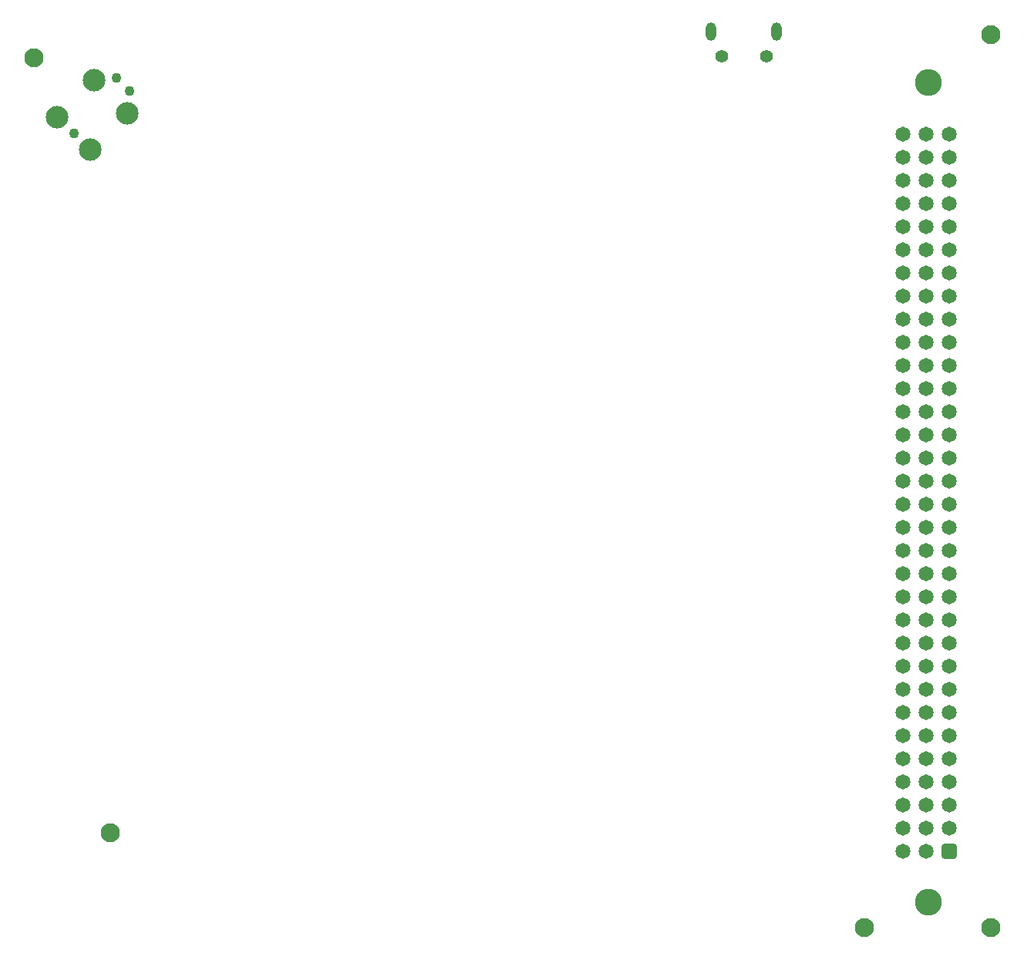
<source format=gbs>
G04 #@! TF.GenerationSoftware,KiCad,Pcbnew,(6.0.1-0)*
G04 #@! TF.CreationDate,2022-02-03T05:16:20-05:00*
G04 #@! TF.ProjectId,Warp-SE,57617270-2d53-4452-9e6b-696361645f70,rev?*
G04 #@! TF.SameCoordinates,Original*
G04 #@! TF.FileFunction,Soldermask,Bot*
G04 #@! TF.FilePolarity,Negative*
%FSLAX46Y46*%
G04 Gerber Fmt 4.6, Leading zero omitted, Abs format (unit mm)*
G04 Created by KiCad (PCBNEW (6.0.1-0)) date 2022-02-03 05:16:20*
%MOMM*%
%LPD*%
G01*
G04 APERTURE LIST*
G04 Aperture macros list*
%AMRoundRect*
0 Rectangle with rounded corners*
0 $1 Rounding radius*
0 $2 $3 $4 $5 $6 $7 $8 $9 X,Y pos of 4 corners*
0 Add a 4 corners polygon primitive as box body*
4,1,4,$2,$3,$4,$5,$6,$7,$8,$9,$2,$3,0*
0 Add four circle primitives for the rounded corners*
1,1,$1+$1,$2,$3*
1,1,$1+$1,$4,$5*
1,1,$1+$1,$6,$7*
1,1,$1+$1,$8,$9*
0 Add four rect primitives between the rounded corners*
20,1,$1+$1,$2,$3,$4,$5,0*
20,1,$1+$1,$4,$5,$6,$7,0*
20,1,$1+$1,$6,$7,$8,$9,0*
20,1,$1+$1,$8,$9,$2,$3,0*%
G04 Aperture macros list end*
%ADD10C,2.950000*%
%ADD11RoundRect,0.299999X0.525001X0.525001X-0.525001X0.525001X-0.525001X-0.525001X0.525001X-0.525001X0*%
%ADD12C,1.650000*%
%ADD13C,2.100000*%
%ADD14C,2.474900*%
%ADD15C,1.090600*%
%ADD16O,1.170000X2.000000*%
%ADD17C,1.400000*%
G04 APERTURE END LIST*
D10*
X203500000Y-135170000D03*
X203500000Y-45170000D03*
D11*
X205740000Y-129540000D03*
D12*
X205740000Y-127000000D03*
X205740000Y-124460000D03*
X205740000Y-121920000D03*
X205740000Y-119380000D03*
X205740000Y-116840000D03*
X205740000Y-114300000D03*
X205740000Y-111760000D03*
X205740000Y-109220000D03*
X205740000Y-106680000D03*
X205740000Y-104140000D03*
X205740000Y-101600000D03*
X205740000Y-99060000D03*
X205740000Y-96520000D03*
X205740000Y-93980000D03*
X205740000Y-91440000D03*
X205740000Y-88900000D03*
X205740000Y-86360000D03*
X205740000Y-83820000D03*
X205740000Y-81280000D03*
X205740000Y-78740000D03*
X205740000Y-76200000D03*
X205740000Y-73660000D03*
X205740000Y-71120000D03*
X205740000Y-68580000D03*
X205740000Y-66040000D03*
X205740000Y-63500000D03*
X205740000Y-60960000D03*
X205740000Y-58420000D03*
X205740000Y-55880000D03*
X205740000Y-53340000D03*
X205740000Y-50800000D03*
X203200000Y-129540000D03*
X203200000Y-127000000D03*
X203200000Y-124460000D03*
X203200000Y-121920000D03*
X203200000Y-119380000D03*
X203200000Y-116840000D03*
X203200000Y-114300000D03*
X203200000Y-111760000D03*
X203200000Y-109220000D03*
X203200000Y-106680000D03*
X203200000Y-104140000D03*
X203200000Y-101600000D03*
X203200000Y-99060000D03*
X203200000Y-96520000D03*
X203200000Y-93980000D03*
X203200000Y-91440000D03*
X203200000Y-88900000D03*
X203200000Y-86360000D03*
X203200000Y-83820000D03*
X203200000Y-81280000D03*
X203200000Y-78740000D03*
X203200000Y-76200000D03*
X203200000Y-73660000D03*
X203200000Y-71120000D03*
X203200000Y-68580000D03*
X203200000Y-66040000D03*
X203200000Y-63500000D03*
X203200000Y-60960000D03*
X203200000Y-58420000D03*
X203200000Y-55880000D03*
X203200000Y-53340000D03*
X203200000Y-50800000D03*
X200660000Y-129540000D03*
X200660000Y-127000000D03*
X200660000Y-124460000D03*
X200660000Y-121920000D03*
X200660000Y-119380000D03*
X200660000Y-116840000D03*
X200660000Y-114300000D03*
X200660000Y-111760000D03*
X200660000Y-109220000D03*
X200660000Y-106680000D03*
X200660000Y-104140000D03*
X200660000Y-101600000D03*
X200660000Y-99060000D03*
X200660000Y-96520000D03*
X200660000Y-93980000D03*
X200660000Y-91440000D03*
X200660000Y-88900000D03*
X200660000Y-86360000D03*
X200660000Y-83820000D03*
X200660000Y-81280000D03*
X200660000Y-78740000D03*
X200660000Y-76200000D03*
X200660000Y-73660000D03*
X200660000Y-71120000D03*
X200660000Y-68580000D03*
X200660000Y-66040000D03*
X200660000Y-63500000D03*
X200660000Y-60960000D03*
X200660000Y-58420000D03*
X200660000Y-55880000D03*
X200660000Y-53340000D03*
X200660000Y-50800000D03*
D13*
X105283000Y-42418000D03*
X210312000Y-39878000D03*
X210312000Y-137922000D03*
X196469000Y-137922000D03*
X113665000Y-127508000D03*
D14*
X111447012Y-52537064D03*
D15*
X109650961Y-50741013D03*
X114320694Y-44634439D03*
D14*
X111896025Y-44903846D03*
X107854910Y-48944962D03*
X115488128Y-48495949D03*
D15*
X115757535Y-46071280D03*
D16*
X179650000Y-39562500D03*
X186850000Y-39562500D03*
D17*
X185675000Y-42212500D03*
X180825000Y-42212500D03*
M02*

</source>
